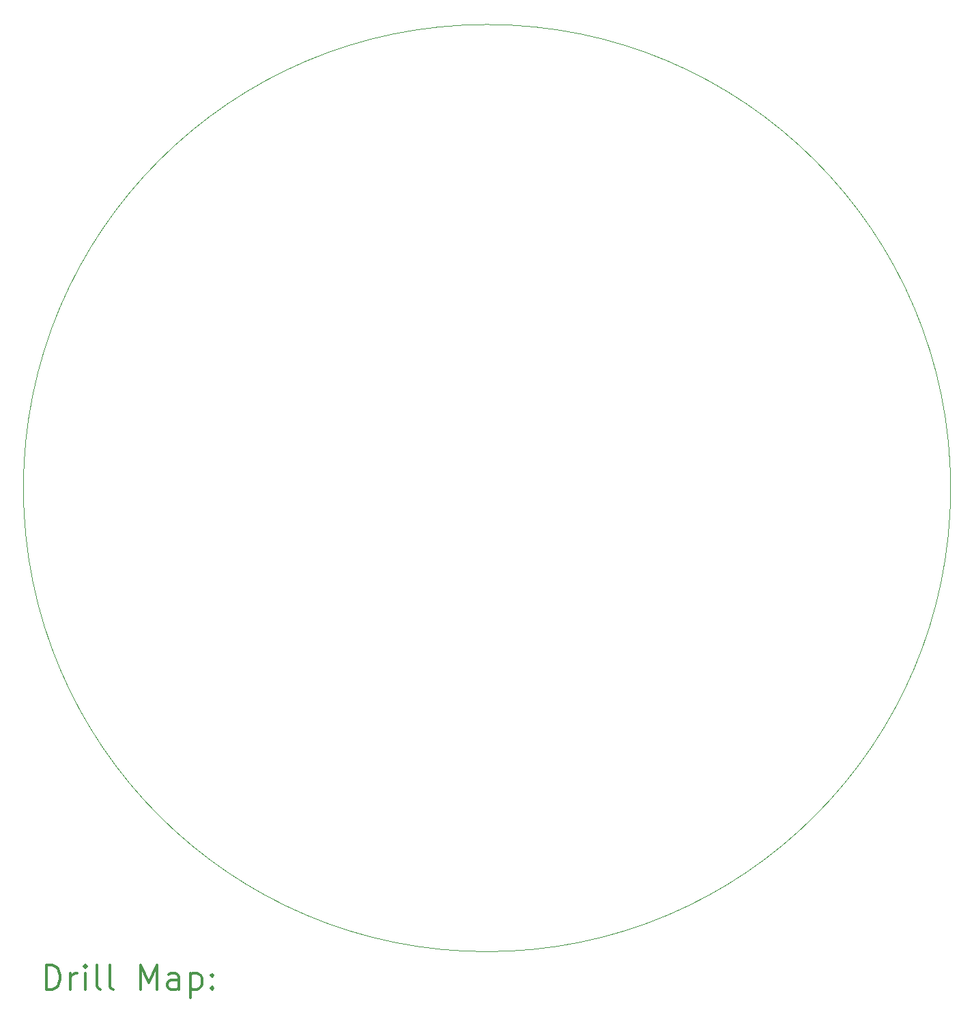
<source format=gbr>
%FSLAX45Y45*%
G04 Gerber Fmt 4.5, Leading zero omitted, Abs format (unit mm)*
G04 Created by KiCad (PCBNEW 5.1.5+dfsg1-2build2) date 2021-03-11 11:45:34*
%MOMM*%
%LPD*%
G04 APERTURE LIST*
%TA.AperFunction,Profile*%
%ADD10C,0.050000*%
%TD*%
%ADD11C,0.200000*%
%ADD12C,0.300000*%
G04 APERTURE END LIST*
D10*
X16252000Y-14899000D02*
G75*
G03X16252000Y-14899000I-5751000J0D01*
G01*
D11*
D12*
X5033928Y-21118215D02*
X5033928Y-20818215D01*
X5105357Y-20818215D01*
X5148214Y-20832500D01*
X5176785Y-20861072D01*
X5191071Y-20889643D01*
X5205357Y-20946786D01*
X5205357Y-20989643D01*
X5191071Y-21046786D01*
X5176785Y-21075358D01*
X5148214Y-21103929D01*
X5105357Y-21118215D01*
X5033928Y-21118215D01*
X5333928Y-21118215D02*
X5333928Y-20918215D01*
X5333928Y-20975358D02*
X5348214Y-20946786D01*
X5362500Y-20932500D01*
X5391071Y-20918215D01*
X5419642Y-20918215D01*
X5519642Y-21118215D02*
X5519642Y-20918215D01*
X5519642Y-20818215D02*
X5505357Y-20832500D01*
X5519642Y-20846786D01*
X5533928Y-20832500D01*
X5519642Y-20818215D01*
X5519642Y-20846786D01*
X5705357Y-21118215D02*
X5676785Y-21103929D01*
X5662500Y-21075358D01*
X5662500Y-20818215D01*
X5862500Y-21118215D02*
X5833928Y-21103929D01*
X5819642Y-21075358D01*
X5819642Y-20818215D01*
X6205357Y-21118215D02*
X6205357Y-20818215D01*
X6305357Y-21032500D01*
X6405357Y-20818215D01*
X6405357Y-21118215D01*
X6676785Y-21118215D02*
X6676785Y-20961072D01*
X6662500Y-20932500D01*
X6633928Y-20918215D01*
X6576785Y-20918215D01*
X6548214Y-20932500D01*
X6676785Y-21103929D02*
X6648214Y-21118215D01*
X6576785Y-21118215D01*
X6548214Y-21103929D01*
X6533928Y-21075358D01*
X6533928Y-21046786D01*
X6548214Y-21018215D01*
X6576785Y-21003929D01*
X6648214Y-21003929D01*
X6676785Y-20989643D01*
X6819642Y-20918215D02*
X6819642Y-21218215D01*
X6819642Y-20932500D02*
X6848214Y-20918215D01*
X6905357Y-20918215D01*
X6933928Y-20932500D01*
X6948214Y-20946786D01*
X6962500Y-20975358D01*
X6962500Y-21061072D01*
X6948214Y-21089643D01*
X6933928Y-21103929D01*
X6905357Y-21118215D01*
X6848214Y-21118215D01*
X6819642Y-21103929D01*
X7091071Y-21089643D02*
X7105357Y-21103929D01*
X7091071Y-21118215D01*
X7076785Y-21103929D01*
X7091071Y-21089643D01*
X7091071Y-21118215D01*
X7091071Y-20932500D02*
X7105357Y-20946786D01*
X7091071Y-20961072D01*
X7076785Y-20946786D01*
X7091071Y-20932500D01*
X7091071Y-20961072D01*
M02*

</source>
